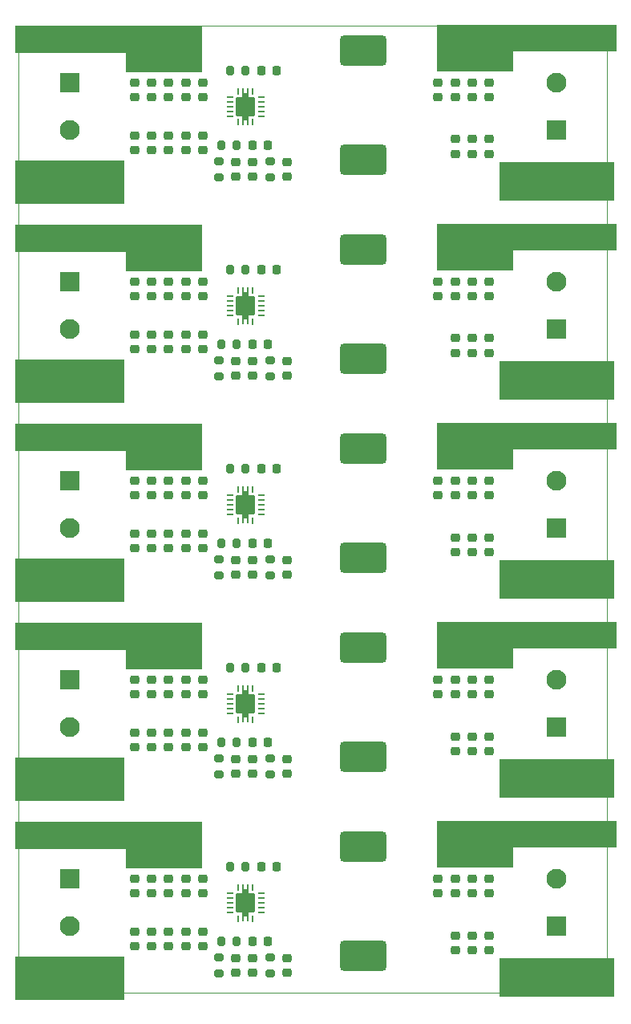
<source format=gts>
G04 #@! TF.GenerationSoftware,KiCad,Pcbnew,9.0.4*
G04 #@! TF.CreationDate,2025-09-21T01:50:15+05:30*
G04 #@! TF.ProjectId,panel,70616e65-6c2e-46b6-9963-61645f706362,rev?*
G04 #@! TF.SameCoordinates,Original*
G04 #@! TF.FileFunction,Soldermask,Top*
G04 #@! TF.FilePolarity,Negative*
%FSLAX46Y46*%
G04 Gerber Fmt 4.6, Leading zero omitted, Abs format (unit mm)*
G04 Created by KiCad (PCBNEW 9.0.4) date 2025-09-21 01:50:15*
%MOMM*%
%LPD*%
G01*
G04 APERTURE LIST*
G04 Aperture macros list*
%AMRoundRect*
0 Rectangle with rounded corners*
0 $1 Rounding radius*
0 $2 $3 $4 $5 $6 $7 $8 $9 X,Y pos of 4 corners*
0 Add a 4 corners polygon primitive as box body*
4,1,4,$2,$3,$4,$5,$6,$7,$8,$9,$2,$3,0*
0 Add four circle primitives for the rounded corners*
1,1,$1+$1,$2,$3*
1,1,$1+$1,$4,$5*
1,1,$1+$1,$6,$7*
1,1,$1+$1,$8,$9*
0 Add four rect primitives between the rounded corners*
20,1,$1+$1,$2,$3,$4,$5,0*
20,1,$1+$1,$4,$5,$6,$7,0*
20,1,$1+$1,$6,$7,$8,$9,0*
20,1,$1+$1,$8,$9,$2,$3,0*%
G04 Aperture macros list end*
%ADD10C,0.100000*%
%ADD11RoundRect,0.225000X0.250000X-0.225000X0.250000X0.225000X-0.250000X0.225000X-0.250000X-0.225000X0*%
%ADD12RoundRect,0.225000X-0.250000X0.225000X-0.250000X-0.225000X0.250000X-0.225000X0.250000X0.225000X0*%
%ADD13C,0.700000*%
%ADD14RoundRect,0.050000X-0.050000X-1.900000X0.050000X-1.900000X0.050000X1.900000X-0.050000X1.900000X0*%
%ADD15R,0.550000X0.467500*%
%ADD16RoundRect,0.120000X-0.905000X-0.905000X0.905000X-0.905000X0.905000X0.905000X-0.905000X0.905000X0*%
%ADD17RoundRect,0.050000X0.070000X-0.250000X0.070000X0.250000X-0.070000X0.250000X-0.070000X-0.250000X0*%
%ADD18RoundRect,0.050000X-0.250000X-0.070000X0.250000X-0.070000X0.250000X0.070000X-0.250000X0.070000X0*%
%ADD19RoundRect,0.050000X-0.070000X0.250000X-0.070000X-0.250000X0.070000X-0.250000X0.070000X0.250000X0*%
%ADD20RoundRect,0.483900X-1.992600X1.129100X-1.992600X-1.129100X1.992600X-1.129100X1.992600X1.129100X0*%
%ADD21RoundRect,0.200000X-0.275000X0.200000X-0.275000X-0.200000X0.275000X-0.200000X0.275000X0.200000X0*%
%ADD22RoundRect,0.200000X-0.200000X-0.275000X0.200000X-0.275000X0.200000X0.275000X-0.200000X0.275000X0*%
%ADD23C,2.100000*%
%ADD24RoundRect,0.250001X0.799999X-0.799999X0.799999X0.799999X-0.799999X0.799999X-0.799999X-0.799999X0*%
%ADD25RoundRect,0.225000X-0.225000X-0.250000X0.225000X-0.250000X0.225000X0.250000X-0.225000X0.250000X0*%
%ADD26RoundRect,0.250001X-0.799999X0.799999X-0.799999X-0.799999X0.799999X-0.799999X0.799999X0.799999X0*%
%ADD27RoundRect,0.200000X0.275000X-0.200000X0.275000X0.200000X-0.275000X0.200000X-0.275000X-0.200000X0*%
G04 #@! TA.AperFunction,Profile*
%ADD28C,0.050000*%
G04 #@! TD*
G04 APERTURE END LIST*
D10*
X116725000Y-93299742D02*
X129075000Y-93299742D01*
X129075000Y-96050000D01*
X116725000Y-96050000D01*
X116725000Y-93299742D01*
G36*
X116725000Y-93299742D02*
G01*
X129075000Y-93299742D01*
X129075000Y-96050000D01*
X116725000Y-96050000D01*
X116725000Y-93299742D01*
G37*
X161250000Y-93199870D02*
X169150000Y-93199870D01*
X169150000Y-98000130D01*
X161250000Y-98000130D01*
X161250000Y-93199870D01*
G36*
X161250000Y-93199870D02*
G01*
X169150000Y-93199870D01*
X169150000Y-98000130D01*
X161250000Y-98000130D01*
X161250000Y-93199870D01*
G37*
X116725000Y-107549742D02*
X128125000Y-107549742D01*
X128125000Y-112000000D01*
X116725000Y-112000000D01*
X116725000Y-107549742D01*
G36*
X116725000Y-107549742D02*
G01*
X128125000Y-107549742D01*
X128125000Y-112000000D01*
X116725000Y-112000000D01*
X116725000Y-107549742D01*
G37*
X128400000Y-93299740D02*
X136300000Y-93299740D01*
X136300000Y-98100000D01*
X128400000Y-98100000D01*
X128400000Y-93299740D01*
G36*
X128400000Y-93299740D02*
G01*
X136300000Y-93299740D01*
X136300000Y-98100000D01*
X128400000Y-98100000D01*
X128400000Y-93299740D01*
G37*
X168170937Y-93199740D02*
X180070937Y-93199740D01*
X180070937Y-95949998D01*
X168170937Y-95949998D01*
X168170937Y-93199740D01*
G36*
X168170937Y-93199740D02*
G01*
X180070937Y-93199740D01*
X180070937Y-95949998D01*
X168170937Y-95949998D01*
X168170937Y-93199740D01*
G37*
X167875000Y-107649742D02*
X179875000Y-107649742D01*
X179875000Y-111700000D01*
X167875000Y-111700000D01*
X167875000Y-107649742D01*
G36*
X167875000Y-107649742D02*
G01*
X179875000Y-107649742D01*
X179875000Y-111700000D01*
X167875000Y-111700000D01*
X167875000Y-107649742D01*
G37*
X116725000Y-72299742D02*
X129075000Y-72299742D01*
X129075000Y-75050000D01*
X116725000Y-75050000D01*
X116725000Y-72299742D01*
G36*
X116725000Y-72299742D02*
G01*
X129075000Y-72299742D01*
X129075000Y-75050000D01*
X116725000Y-75050000D01*
X116725000Y-72299742D01*
G37*
X161250000Y-72199870D02*
X169150000Y-72199870D01*
X169150000Y-77000130D01*
X161250000Y-77000130D01*
X161250000Y-72199870D01*
G36*
X161250000Y-72199870D02*
G01*
X169150000Y-72199870D01*
X169150000Y-77000130D01*
X161250000Y-77000130D01*
X161250000Y-72199870D01*
G37*
X116725000Y-86549742D02*
X128125000Y-86549742D01*
X128125000Y-91000000D01*
X116725000Y-91000000D01*
X116725000Y-86549742D01*
G36*
X116725000Y-86549742D02*
G01*
X128125000Y-86549742D01*
X128125000Y-91000000D01*
X116725000Y-91000000D01*
X116725000Y-86549742D01*
G37*
X128400000Y-72299740D02*
X136300000Y-72299740D01*
X136300000Y-77100000D01*
X128400000Y-77100000D01*
X128400000Y-72299740D01*
G36*
X128400000Y-72299740D02*
G01*
X136300000Y-72299740D01*
X136300000Y-77100000D01*
X128400000Y-77100000D01*
X128400000Y-72299740D01*
G37*
X168170937Y-72199740D02*
X180070937Y-72199740D01*
X180070937Y-74949998D01*
X168170937Y-74949998D01*
X168170937Y-72199740D01*
G36*
X168170937Y-72199740D02*
G01*
X180070937Y-72199740D01*
X180070937Y-74949998D01*
X168170937Y-74949998D01*
X168170937Y-72199740D01*
G37*
X167875000Y-86649742D02*
X179875000Y-86649742D01*
X179875000Y-90700000D01*
X167875000Y-90700000D01*
X167875000Y-86649742D01*
G36*
X167875000Y-86649742D02*
G01*
X179875000Y-86649742D01*
X179875000Y-90700000D01*
X167875000Y-90700000D01*
X167875000Y-86649742D01*
G37*
X116725000Y-51299742D02*
X129075000Y-51299742D01*
X129075000Y-54050000D01*
X116725000Y-54050000D01*
X116725000Y-51299742D01*
G36*
X116725000Y-51299742D02*
G01*
X129075000Y-51299742D01*
X129075000Y-54050000D01*
X116725000Y-54050000D01*
X116725000Y-51299742D01*
G37*
X161250000Y-51199870D02*
X169150000Y-51199870D01*
X169150000Y-56000130D01*
X161250000Y-56000130D01*
X161250000Y-51199870D01*
G36*
X161250000Y-51199870D02*
G01*
X169150000Y-51199870D01*
X169150000Y-56000130D01*
X161250000Y-56000130D01*
X161250000Y-51199870D01*
G37*
X116725000Y-65549742D02*
X128125000Y-65549742D01*
X128125000Y-70000000D01*
X116725000Y-70000000D01*
X116725000Y-65549742D01*
G36*
X116725000Y-65549742D02*
G01*
X128125000Y-65549742D01*
X128125000Y-70000000D01*
X116725000Y-70000000D01*
X116725000Y-65549742D01*
G37*
X128400000Y-51299740D02*
X136300000Y-51299740D01*
X136300000Y-56100000D01*
X128400000Y-56100000D01*
X128400000Y-51299740D01*
G36*
X128400000Y-51299740D02*
G01*
X136300000Y-51299740D01*
X136300000Y-56100000D01*
X128400000Y-56100000D01*
X128400000Y-51299740D01*
G37*
X168170937Y-51199740D02*
X180070937Y-51199740D01*
X180070937Y-53949998D01*
X168170937Y-53949998D01*
X168170937Y-51199740D01*
G36*
X168170937Y-51199740D02*
G01*
X180070937Y-51199740D01*
X180070937Y-53949998D01*
X168170937Y-53949998D01*
X168170937Y-51199740D01*
G37*
X167875000Y-65649742D02*
X179875000Y-65649742D01*
X179875000Y-69700000D01*
X167875000Y-69700000D01*
X167875000Y-65649742D01*
G36*
X167875000Y-65649742D02*
G01*
X179875000Y-65649742D01*
X179875000Y-69700000D01*
X167875000Y-69700000D01*
X167875000Y-65649742D01*
G37*
X116725000Y-30299742D02*
X129075000Y-30299742D01*
X129075000Y-33050000D01*
X116725000Y-33050000D01*
X116725000Y-30299742D01*
G36*
X116725000Y-30299742D02*
G01*
X129075000Y-30299742D01*
X129075000Y-33050000D01*
X116725000Y-33050000D01*
X116725000Y-30299742D01*
G37*
X161250000Y-30199870D02*
X169150000Y-30199870D01*
X169150000Y-35000130D01*
X161250000Y-35000130D01*
X161250000Y-30199870D01*
G36*
X161250000Y-30199870D02*
G01*
X169150000Y-30199870D01*
X169150000Y-35000130D01*
X161250000Y-35000130D01*
X161250000Y-30199870D01*
G37*
X116725000Y-44549742D02*
X128125000Y-44549742D01*
X128125000Y-49000000D01*
X116725000Y-49000000D01*
X116725000Y-44549742D01*
G36*
X116725000Y-44549742D02*
G01*
X128125000Y-44549742D01*
X128125000Y-49000000D01*
X116725000Y-49000000D01*
X116725000Y-44549742D01*
G37*
X128400000Y-30299740D02*
X136300000Y-30299740D01*
X136300000Y-35100000D01*
X128400000Y-35100000D01*
X128400000Y-30299740D01*
G36*
X128400000Y-30299740D02*
G01*
X136300000Y-30299740D01*
X136300000Y-35100000D01*
X128400000Y-35100000D01*
X128400000Y-30299740D01*
G37*
X168170937Y-30199740D02*
X180070937Y-30199740D01*
X180070937Y-32949998D01*
X168170937Y-32949998D01*
X168170937Y-30199740D01*
G36*
X168170937Y-30199740D02*
G01*
X180070937Y-30199740D01*
X180070937Y-32949998D01*
X168170937Y-32949998D01*
X168170937Y-30199740D01*
G37*
X167875000Y-44649742D02*
X179875000Y-44649742D01*
X179875000Y-48700000D01*
X167875000Y-48700000D01*
X167875000Y-44649742D01*
G36*
X167875000Y-44649742D02*
G01*
X179875000Y-44649742D01*
X179875000Y-48700000D01*
X167875000Y-48700000D01*
X167875000Y-44649742D01*
G37*
X167875000Y-128649742D02*
X179875000Y-128649742D01*
X179875000Y-132700000D01*
X167875000Y-132700000D01*
X167875000Y-128649742D01*
G36*
X167875000Y-128649742D02*
G01*
X179875000Y-128649742D01*
X179875000Y-132700000D01*
X167875000Y-132700000D01*
X167875000Y-128649742D01*
G37*
X168170937Y-114199740D02*
X180070937Y-114199740D01*
X180070937Y-116949998D01*
X168170937Y-116949998D01*
X168170937Y-114199740D01*
G36*
X168170937Y-114199740D02*
G01*
X180070937Y-114199740D01*
X180070937Y-116949998D01*
X168170937Y-116949998D01*
X168170937Y-114199740D01*
G37*
X128400000Y-114299740D02*
X136300000Y-114299740D01*
X136300000Y-119100000D01*
X128400000Y-119100000D01*
X128400000Y-114299740D01*
G36*
X128400000Y-114299740D02*
G01*
X136300000Y-114299740D01*
X136300000Y-119100000D01*
X128400000Y-119100000D01*
X128400000Y-114299740D01*
G37*
X116725000Y-128549742D02*
X128125000Y-128549742D01*
X128125000Y-133000000D01*
X116725000Y-133000000D01*
X116725000Y-128549742D01*
G36*
X116725000Y-128549742D02*
G01*
X128125000Y-128549742D01*
X128125000Y-133000000D01*
X116725000Y-133000000D01*
X116725000Y-128549742D01*
G37*
X161250000Y-114199870D02*
X169150000Y-114199870D01*
X169150000Y-119000130D01*
X161250000Y-119000130D01*
X161250000Y-114199870D01*
G36*
X161250000Y-114199870D02*
G01*
X169150000Y-114199870D01*
X169150000Y-119000130D01*
X161250000Y-119000130D01*
X161250000Y-114199870D01*
G37*
X116725000Y-114299742D02*
X129075000Y-114299742D01*
X129075000Y-117050000D01*
X116725000Y-117050000D01*
X116725000Y-114299742D01*
G36*
X116725000Y-114299742D02*
G01*
X129075000Y-114299742D01*
X129075000Y-117050000D01*
X116725000Y-117050000D01*
X116725000Y-114299742D01*
G37*
D11*
X132900000Y-104875000D03*
X132900000Y-106425000D03*
X166750000Y-105275000D03*
X166750000Y-106825000D03*
D12*
X140000000Y-109225000D03*
X140000000Y-107675000D03*
D11*
X145400000Y-107675000D03*
X145400000Y-109225000D03*
D12*
X161350000Y-100825000D03*
X161350000Y-99275000D03*
D11*
X163150000Y-105275000D03*
X163150000Y-106825000D03*
X136500000Y-104875000D03*
X136500000Y-106425000D03*
D12*
X134700000Y-100825000D03*
X134700000Y-99275000D03*
D11*
X129300000Y-104875000D03*
X129300000Y-106425000D03*
D13*
X141512500Y-102362500D03*
X141512500Y-101337500D03*
D14*
X141275000Y-101850000D03*
D15*
X141000000Y-103053800D03*
D16*
X141000000Y-101850000D03*
D15*
X141000000Y-100646200D03*
D14*
X140725000Y-101850000D03*
D13*
X140487500Y-102362500D03*
X140487500Y-101337500D03*
D17*
X141750000Y-100200000D03*
D18*
X142650000Y-100850000D03*
X142650000Y-101350000D03*
X142650000Y-101850000D03*
X142650000Y-102350000D03*
X142650000Y-102850000D03*
D19*
X141750000Y-103500000D03*
X140250000Y-103500000D03*
D18*
X139350000Y-102850000D03*
X139350000Y-102350000D03*
X139350000Y-101850000D03*
X139350000Y-101350000D03*
X139350000Y-100850000D03*
D17*
X140250000Y-100200000D03*
D20*
X153450000Y-107453000D03*
X153450000Y-95947000D03*
D21*
X143600000Y-109275000D03*
X143600000Y-107625000D03*
D22*
X141025000Y-98000000D03*
X139375000Y-98000000D03*
D23*
X173817500Y-99300000D03*
D24*
X173817500Y-104300000D03*
D11*
X134700000Y-104875000D03*
X134700000Y-106425000D03*
X131100000Y-104875000D03*
X131100000Y-106425000D03*
D12*
X136500000Y-100825000D03*
X136500000Y-99275000D03*
X163150000Y-100825000D03*
X163150000Y-99275000D03*
D25*
X143325000Y-105900000D03*
X141775000Y-105900000D03*
D12*
X132900000Y-100825000D03*
X132900000Y-99275000D03*
D23*
X122432500Y-104300000D03*
D26*
X122432500Y-99300000D03*
D12*
X164950000Y-100825000D03*
X164950000Y-99275000D03*
X141800000Y-109225000D03*
X141800000Y-107675000D03*
D22*
X140075000Y-105900000D03*
X138425000Y-105900000D03*
D11*
X164950000Y-105275000D03*
X164950000Y-106825000D03*
D12*
X166750000Y-100825000D03*
X166750000Y-99275000D03*
X131100000Y-100825000D03*
X131100000Y-99275000D03*
X129300000Y-100825000D03*
X129300000Y-99275000D03*
D25*
X144275000Y-98000000D03*
X142725000Y-98000000D03*
D27*
X138200000Y-107625000D03*
X138200000Y-109275000D03*
D11*
X132900000Y-83875000D03*
X132900000Y-85425000D03*
X166750000Y-84275000D03*
X166750000Y-85825000D03*
D12*
X140000000Y-88225000D03*
X140000000Y-86675000D03*
D11*
X145400000Y-86675000D03*
X145400000Y-88225000D03*
D12*
X161350000Y-79825000D03*
X161350000Y-78275000D03*
D11*
X163150000Y-84275000D03*
X163150000Y-85825000D03*
X136500000Y-83875000D03*
X136500000Y-85425000D03*
D12*
X134700000Y-79825000D03*
X134700000Y-78275000D03*
D11*
X129300000Y-83875000D03*
X129300000Y-85425000D03*
D13*
X141512500Y-81362500D03*
X141512500Y-80337500D03*
D14*
X141275000Y-80850000D03*
D15*
X141000000Y-82053800D03*
D16*
X141000000Y-80850000D03*
D15*
X141000000Y-79646200D03*
D14*
X140725000Y-80850000D03*
D13*
X140487500Y-81362500D03*
X140487500Y-80337500D03*
D17*
X141750000Y-79200000D03*
D18*
X142650000Y-79850000D03*
X142650000Y-80350000D03*
X142650000Y-80850000D03*
X142650000Y-81350000D03*
X142650000Y-81850000D03*
D19*
X141750000Y-82500000D03*
X140250000Y-82500000D03*
D18*
X139350000Y-81850000D03*
X139350000Y-81350000D03*
X139350000Y-80850000D03*
X139350000Y-80350000D03*
X139350000Y-79850000D03*
D17*
X140250000Y-79200000D03*
D20*
X153450000Y-86453000D03*
X153450000Y-74947000D03*
D21*
X143600000Y-88275000D03*
X143600000Y-86625000D03*
D22*
X141025000Y-77000000D03*
X139375000Y-77000000D03*
D23*
X173817500Y-78300000D03*
D24*
X173817500Y-83300000D03*
D11*
X134700000Y-83875000D03*
X134700000Y-85425000D03*
X131100000Y-83875000D03*
X131100000Y-85425000D03*
D12*
X136500000Y-79825000D03*
X136500000Y-78275000D03*
X163150000Y-79825000D03*
X163150000Y-78275000D03*
D25*
X143325000Y-84900000D03*
X141775000Y-84900000D03*
D12*
X132900000Y-79825000D03*
X132900000Y-78275000D03*
D23*
X122432500Y-83300000D03*
D26*
X122432500Y-78300000D03*
D12*
X164950000Y-79825000D03*
X164950000Y-78275000D03*
X141800000Y-88225000D03*
X141800000Y-86675000D03*
D22*
X140075000Y-84900000D03*
X138425000Y-84900000D03*
D11*
X164950000Y-84275000D03*
X164950000Y-85825000D03*
D12*
X166750000Y-79825000D03*
X166750000Y-78275000D03*
X131100000Y-79825000D03*
X131100000Y-78275000D03*
X129300000Y-79825000D03*
X129300000Y-78275000D03*
D25*
X144275000Y-77000000D03*
X142725000Y-77000000D03*
D27*
X138200000Y-86625000D03*
X138200000Y-88275000D03*
D11*
X132900000Y-62875000D03*
X132900000Y-64425000D03*
X166750000Y-63275000D03*
X166750000Y-64825000D03*
D12*
X140000000Y-67225000D03*
X140000000Y-65675000D03*
D11*
X145400000Y-65675000D03*
X145400000Y-67225000D03*
D12*
X161350000Y-58825000D03*
X161350000Y-57275000D03*
D11*
X163150000Y-63275000D03*
X163150000Y-64825000D03*
X136500000Y-62875000D03*
X136500000Y-64425000D03*
D12*
X134700000Y-58825000D03*
X134700000Y-57275000D03*
D11*
X129300000Y-62875000D03*
X129300000Y-64425000D03*
D13*
X141512500Y-60362500D03*
X141512500Y-59337500D03*
D14*
X141275000Y-59850000D03*
D15*
X141000000Y-61053800D03*
D16*
X141000000Y-59850000D03*
D15*
X141000000Y-58646200D03*
D14*
X140725000Y-59850000D03*
D13*
X140487500Y-60362500D03*
X140487500Y-59337500D03*
D17*
X141750000Y-58200000D03*
D18*
X142650000Y-58850000D03*
X142650000Y-59350000D03*
X142650000Y-59850000D03*
X142650000Y-60350000D03*
X142650000Y-60850000D03*
D19*
X141750000Y-61500000D03*
X140250000Y-61500000D03*
D18*
X139350000Y-60850000D03*
X139350000Y-60350000D03*
X139350000Y-59850000D03*
X139350000Y-59350000D03*
X139350000Y-58850000D03*
D17*
X140250000Y-58200000D03*
D20*
X153450000Y-65453000D03*
X153450000Y-53947000D03*
D21*
X143600000Y-67275000D03*
X143600000Y-65625000D03*
D22*
X141025000Y-56000000D03*
X139375000Y-56000000D03*
D23*
X173817500Y-57300000D03*
D24*
X173817500Y-62300000D03*
D11*
X134700000Y-62875000D03*
X134700000Y-64425000D03*
X131100000Y-62875000D03*
X131100000Y-64425000D03*
D12*
X136500000Y-58825000D03*
X136500000Y-57275000D03*
X163150000Y-58825000D03*
X163150000Y-57275000D03*
D25*
X143325000Y-63900000D03*
X141775000Y-63900000D03*
D12*
X132900000Y-58825000D03*
X132900000Y-57275000D03*
D23*
X122432500Y-62300000D03*
D26*
X122432500Y-57300000D03*
D12*
X164950000Y-58825000D03*
X164950000Y-57275000D03*
X141800000Y-67225000D03*
X141800000Y-65675000D03*
D22*
X140075000Y-63900000D03*
X138425000Y-63900000D03*
D11*
X164950000Y-63275000D03*
X164950000Y-64825000D03*
D12*
X166750000Y-58825000D03*
X166750000Y-57275000D03*
X131100000Y-58825000D03*
X131100000Y-57275000D03*
X129300000Y-58825000D03*
X129300000Y-57275000D03*
D25*
X144275000Y-56000000D03*
X142725000Y-56000000D03*
D27*
X138200000Y-65625000D03*
X138200000Y-67275000D03*
D11*
X132900000Y-41875000D03*
X132900000Y-43425000D03*
X166750000Y-42275000D03*
X166750000Y-43825000D03*
D12*
X140000000Y-46225000D03*
X140000000Y-44675000D03*
D11*
X145400000Y-44675000D03*
X145400000Y-46225000D03*
D12*
X161350000Y-37825000D03*
X161350000Y-36275000D03*
D11*
X163150000Y-42275000D03*
X163150000Y-43825000D03*
X136500000Y-41875000D03*
X136500000Y-43425000D03*
D12*
X134700000Y-37825000D03*
X134700000Y-36275000D03*
D11*
X129300000Y-41875000D03*
X129300000Y-43425000D03*
D13*
X141512500Y-39362500D03*
X141512500Y-38337500D03*
D14*
X141275000Y-38850000D03*
D15*
X141000000Y-40053800D03*
D16*
X141000000Y-38850000D03*
D15*
X141000000Y-37646200D03*
D14*
X140725000Y-38850000D03*
D13*
X140487500Y-39362500D03*
X140487500Y-38337500D03*
D17*
X141750000Y-37200000D03*
D18*
X142650000Y-37850000D03*
X142650000Y-38350000D03*
X142650000Y-38850000D03*
X142650000Y-39350000D03*
X142650000Y-39850000D03*
D19*
X141750000Y-40500000D03*
X140250000Y-40500000D03*
D18*
X139350000Y-39850000D03*
X139350000Y-39350000D03*
X139350000Y-38850000D03*
X139350000Y-38350000D03*
X139350000Y-37850000D03*
D17*
X140250000Y-37200000D03*
D20*
X153450000Y-44453000D03*
X153450000Y-32947000D03*
D21*
X143600000Y-46275000D03*
X143600000Y-44625000D03*
D22*
X141025000Y-35000000D03*
X139375000Y-35000000D03*
D23*
X173817500Y-36300000D03*
D24*
X173817500Y-41300000D03*
D11*
X134700000Y-41875000D03*
X134700000Y-43425000D03*
X131100000Y-41875000D03*
X131100000Y-43425000D03*
D12*
X136500000Y-37825000D03*
X136500000Y-36275000D03*
X163150000Y-37825000D03*
X163150000Y-36275000D03*
D25*
X143325000Y-42900000D03*
X141775000Y-42900000D03*
D12*
X132900000Y-37825000D03*
X132900000Y-36275000D03*
D23*
X122432500Y-41300000D03*
D26*
X122432500Y-36300000D03*
D12*
X164950000Y-37825000D03*
X164950000Y-36275000D03*
X141800000Y-46225000D03*
X141800000Y-44675000D03*
D22*
X140075000Y-42900000D03*
X138425000Y-42900000D03*
D11*
X164950000Y-42275000D03*
X164950000Y-43825000D03*
D12*
X166750000Y-37825000D03*
X166750000Y-36275000D03*
X131100000Y-37825000D03*
X131100000Y-36275000D03*
X129300000Y-37825000D03*
X129300000Y-36275000D03*
D25*
X144275000Y-35000000D03*
X142725000Y-35000000D03*
D27*
X138200000Y-44625000D03*
X138200000Y-46275000D03*
X138200000Y-128625000D03*
X138200000Y-130275000D03*
D25*
X144275000Y-119000000D03*
X142725000Y-119000000D03*
D12*
X129300000Y-121825000D03*
X129300000Y-120275000D03*
X131100000Y-121825000D03*
X131100000Y-120275000D03*
X166750000Y-121825000D03*
X166750000Y-120275000D03*
D11*
X164950000Y-126275000D03*
X164950000Y-127825000D03*
D22*
X140075000Y-126900000D03*
X138425000Y-126900000D03*
D12*
X141800000Y-130225000D03*
X141800000Y-128675000D03*
X164950000Y-121825000D03*
X164950000Y-120275000D03*
D23*
X122432500Y-125300000D03*
D26*
X122432500Y-120300000D03*
D12*
X132900000Y-121825000D03*
X132900000Y-120275000D03*
D25*
X143325000Y-126900000D03*
X141775000Y-126900000D03*
D12*
X163150000Y-121825000D03*
X163150000Y-120275000D03*
X136500000Y-121825000D03*
X136500000Y-120275000D03*
D11*
X131100000Y-125875000D03*
X131100000Y-127425000D03*
X134700000Y-125875000D03*
X134700000Y-127425000D03*
D23*
X173817500Y-120300000D03*
D24*
X173817500Y-125300000D03*
D22*
X141025000Y-119000000D03*
X139375000Y-119000000D03*
D21*
X143600000Y-130275000D03*
X143600000Y-128625000D03*
D20*
X153450000Y-128453000D03*
X153450000Y-116947000D03*
D13*
X141512500Y-123362500D03*
X141512500Y-122337500D03*
D14*
X141275000Y-122850000D03*
D15*
X141000000Y-124053800D03*
D16*
X141000000Y-122850000D03*
D15*
X141000000Y-121646200D03*
D14*
X140725000Y-122850000D03*
D13*
X140487500Y-123362500D03*
X140487500Y-122337500D03*
D17*
X141750000Y-121200000D03*
D18*
X142650000Y-121850000D03*
X142650000Y-122350000D03*
X142650000Y-122850000D03*
X142650000Y-123350000D03*
X142650000Y-123850000D03*
D19*
X141750000Y-124500000D03*
X140250000Y-124500000D03*
D18*
X139350000Y-123850000D03*
X139350000Y-123350000D03*
X139350000Y-122850000D03*
X139350000Y-122350000D03*
X139350000Y-121850000D03*
D17*
X140250000Y-121200000D03*
D11*
X129300000Y-125875000D03*
X129300000Y-127425000D03*
D12*
X134700000Y-121825000D03*
X134700000Y-120275000D03*
D11*
X136500000Y-125875000D03*
X136500000Y-127425000D03*
X163150000Y-126275000D03*
X163150000Y-127825000D03*
D12*
X161350000Y-121825000D03*
X161350000Y-120275000D03*
D11*
X145400000Y-128675000D03*
X145400000Y-130225000D03*
D12*
X140000000Y-130225000D03*
X140000000Y-128675000D03*
D11*
X166750000Y-126275000D03*
X166750000Y-127825000D03*
X132900000Y-125875000D03*
X132900000Y-127425000D03*
D28*
X117000000Y-30300000D02*
X179200000Y-30300000D01*
X179200000Y-132300000D01*
X117000000Y-132300000D01*
X117000000Y-30300000D01*
M02*

</source>
